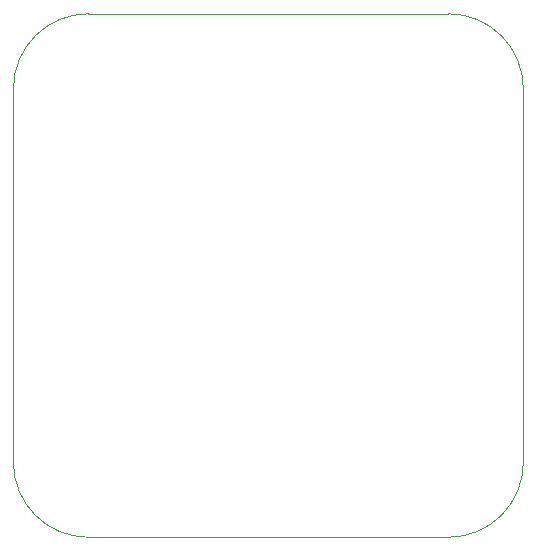
<source format=gm1>
%TF.GenerationSoftware,KiCad,Pcbnew,7.0.5*%
%TF.CreationDate,2023-09-05T15:51:43-07:00*%
%TF.ProjectId,esp32_basic_led_controller,65737033-325f-4626-9173-69635f6c6564,v01 Rev1.0*%
%TF.SameCoordinates,Original*%
%TF.FileFunction,Profile,NP*%
%FSLAX46Y46*%
G04 Gerber Fmt 4.6, Leading zero omitted, Abs format (unit mm)*
G04 Created by KiCad (PCBNEW 7.0.5) date 2023-09-05 15:51:43*
%MOMM*%
%LPD*%
G01*
G04 APERTURE LIST*
%TA.AperFunction,Profile*%
%ADD10C,0.100000*%
%TD*%
G04 APERTURE END LIST*
D10*
X144780000Y-114100000D02*
X144780000Y-82475000D01*
X101600000Y-82475000D02*
X101600000Y-114100000D01*
X107950000Y-76125000D02*
G75*
G03*
X101600000Y-82475000I0J-6350000D01*
G01*
X101600000Y-114100000D02*
G75*
G03*
X107950000Y-120450000I6350000J0D01*
G01*
X107950000Y-120450000D02*
X138430000Y-120450000D01*
X138430000Y-76125000D02*
X107950000Y-76125000D01*
X138430000Y-120450000D02*
G75*
G03*
X144780000Y-114100000I0J6350000D01*
G01*
X144780000Y-82475000D02*
G75*
G03*
X138430000Y-76125000I-6350000J0D01*
G01*
M02*

</source>
